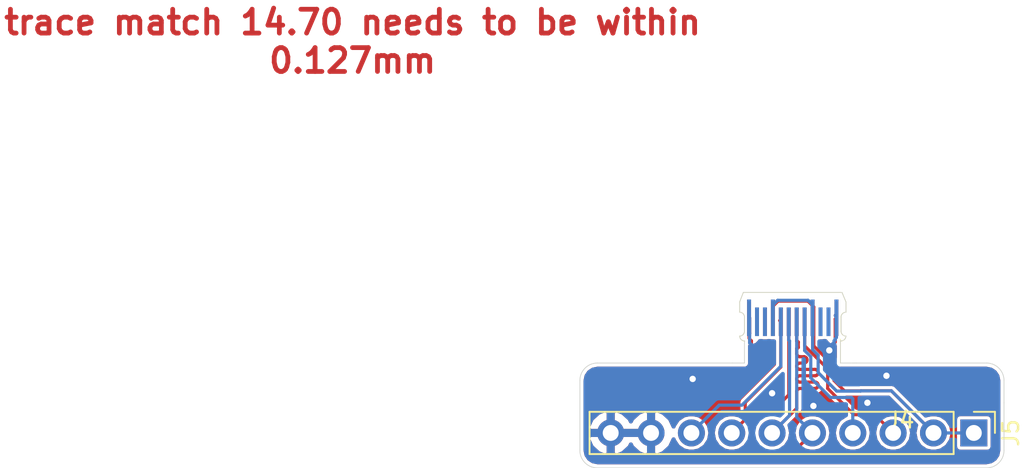
<source format=kicad_pcb>
(kicad_pcb (version 20171130) (host pcbnew "(5.0.0)")

  (general
    (thickness 0.6)
    (drawings 34)
    (tracks 220)
    (zones 0)
    (modules 2)
    (nets 9)
  )

  (page A4)
  (layers
    (0 F.Cu signal)
    (31 B.Cu signal)
    (32 B.Adhes user)
    (33 F.Adhes user)
    (34 B.Paste user)
    (35 F.Paste user)
    (36 B.SilkS user hide)
    (37 F.SilkS user)
    (38 B.Mask user hide)
    (39 F.Mask user hide)
    (40 Dwgs.User user)
    (41 Cmts.User user)
    (42 Eco1.User user)
    (43 Eco2.User user)
    (44 Edge.Cuts user)
    (45 Margin user)
    (46 B.CrtYd user hide)
    (47 F.CrtYd user)
    (48 B.Fab user hide)
    (49 F.Fab user hide)
  )

  (setup
    (last_trace_width 0.2)
    (trace_clearance 0.2)
    (zone_clearance 0.2)
    (zone_45_only no)
    (trace_min 0.2)
    (segment_width 0.2)
    (edge_width 0.2)
    (via_size 0.8)
    (via_drill 0.4)
    (via_min_size 0.4)
    (via_min_drill 0.3)
    (uvia_size 0.3)
    (uvia_drill 0.1)
    (uvias_allowed no)
    (uvia_min_size 0.2)
    (uvia_min_drill 0.1)
    (pcb_text_width 0.3)
    (pcb_text_size 1.5 1.5)
    (mod_edge_width 0.15)
    (mod_text_size 1 1)
    (mod_text_width 0.15)
    (pad_size 1.524 1.524)
    (pad_drill 0.762)
    (pad_to_mask_clearance 0.2)
    (aux_axis_origin 0 0)
    (visible_elements 7FFFFFFF)
    (pcbplotparams
      (layerselection 0x010fc_ffffffff)
      (usegerberextensions false)
      (usegerberattributes false)
      (usegerberadvancedattributes false)
      (creategerberjobfile false)
      (excludeedgelayer true)
      (linewidth 0.100000)
      (plotframeref false)
      (viasonmask false)
      (mode 1)
      (useauxorigin false)
      (hpglpennumber 1)
      (hpglpenspeed 20)
      (hpglpendiameter 15.000000)
      (psnegative false)
      (psa4output false)
      (plotreference true)
      (plotvalue true)
      (plotinvisibletext false)
      (padsonsilk false)
      (subtractmaskfromsilk false)
      (outputformat 1)
      (mirror false)
      (drillshape 0)
      (scaleselection 1)
      (outputdirectory "USB2GERB/silk/"))
  )

  (net 0 "")
  (net 1 GND)
  (net 2 /USBD+)
  (net 3 /CC1)
  (net 4 VBUS)
  (net 5 /SBUS1)
  (net 6 /USBD-)
  (net 7 /SBUS2)
  (net 8 /CC2)

  (net_class Default "This is the default net class."
    (clearance 0.2)
    (trace_width 0.2)
    (via_dia 0.8)
    (via_drill 0.4)
    (uvia_dia 0.3)
    (uvia_drill 0.1)
    (add_net /CC1)
    (add_net /CC2)
    (add_net /SBUS1)
    (add_net /SBUS2)
    (add_net /USBD+)
    (add_net /USBD-)
    (add_net GND)
    (add_net VBUS)
  )

  (module footprint:usb-c-pcb (layer F.Cu) (tedit 5F182D8E) (tstamp 5F273C7A)
    (at 185.6 100)
    (path /5F197332)
    (fp_text reference J4 (at 6.8 3.6) (layer F.SilkS)
      (effects (font (size 1 1) (thickness 0.15)))
    )
    (fp_text value USB_C_Receptacle (at -0.3 -8.6) (layer F.Fab)
      (effects (font (size 1 1) (thickness 0.15)))
    )
    (fp_line (start -3.095 -4.45) (end 3.095 -4.45) (layer F.SilkS) (width 0.05))
    (fp_line (start -3 0) (end 3 0) (layer B.Paste) (width 0.05))
    (fp_line (start 3 0) (end 3 -1.5) (layer F.SilkS) (width 0.05))
    (fp_line (start 3 -1.5) (end -3 -1.5) (layer B.Paste) (width 0.05))
    (fp_line (start -3 -1.5) (end -3 0) (layer B.Paste) (width 0.05))
    (fp_line (start -3.11 -4.45) (end -3.34 -3.85) (layer F.SilkS) (width 0.05))
    (fp_line (start 3.1 -4.45) (end 3.35 -3.85) (layer F.SilkS) (width 0.05))
    (fp_arc (start 3.34 -2.9) (end 3.35 -3.2) (angle -91.90915243) (layer F.SilkS) (width 0.05))
    (fp_arc (start 3.34 -2) (end 3.04 -2) (angle -90) (layer F.SilkS) (width 0.05))
    (fp_line (start 3.35 -3.85) (end 3.35 -3.2) (layer F.SilkS) (width 0.05))
    (fp_line (start -3.34 -3.85) (end -3.34 -3.2) (layer F.SilkS) (width 0.05))
    (fp_arc (start -3.34 -2.9) (end -3.04 -2.9) (angle -90) (layer F.SilkS) (width 0.05))
    (fp_arc (start -3.34 -2) (end -3.34 -1.7) (angle -90) (layer F.SilkS) (width 0.05))
    (fp_line (start -3.04 -2.9) (end -3.04 -2) (layer F.SilkS) (width 0.05))
    (fp_line (start 3.04 -2.9) (end 3.04 -1.99) (layer F.SilkS) (width 0.05))
    (fp_arc (start 3.02 -1.7) (end 3.02 -1.38) (angle -90) (layer F.SilkS) (width 0.05))
    (fp_arc (start -3.02 -1.7) (end -3.34 -1.7) (angle -90) (layer F.SilkS) (width 0.05))
    (pad A1 smd rect (at 2.75 -2.85) (size 0.25 2.3) (layers F.Cu F.Paste F.Mask)
      (net 1 GND))
    (pad A6 smd rect (at 0.25 -2.6) (size 0.25 1.8) (layers F.Cu F.Paste F.Mask)
      (net 2 /USBD+))
    (pad A5 smd rect (at 0.75 -2.6) (size 0.25 1.8) (layers F.Cu F.Paste F.Mask)
      (net 3 /CC1))
    (pad A4 smd rect (at 1.25 -2.85) (size 0.25 2.3) (layers F.Cu F.Paste F.Mask)
      (net 4 VBUS))
    (pad A3 smd rect (at 1.75 -2.6) (size 0.25 1.8) (layers F.Cu F.Paste F.Mask))
    (pad A2 smd rect (at 2.25 -2.6) (size 0.25 1.8) (layers F.Cu F.Paste F.Mask))
    (pad A9 smd rect (at -1.25 -2.85) (size 0.25 2.3) (layers F.Cu F.Paste F.Mask)
      (net 4 VBUS))
    (pad A10 smd rect (at -1.75 -2.6) (size 0.25 1.8) (layers F.Cu F.Paste F.Mask))
    (pad A8 smd rect (at -0.75 -2.6) (size 0.25 1.8) (layers F.Cu F.Paste F.Mask)
      (net 5 /SBUS1))
    (pad A12 smd rect (at -2.75 -2.85) (size 0.25 2.3) (layers F.Cu F.Paste F.Mask)
      (net 1 GND))
    (pad A11 smd rect (at -2.25 -2.6) (size 0.25 1.8) (layers F.Cu F.Paste F.Mask))
    (pad A7 smd rect (at -0.25 -2.6) (size 0.25 1.8) (layers F.Cu F.Paste F.Mask)
      (net 6 /USBD-))
    (pad B1 smd rect (at -2.75 -2.85 180) (size 0.25 2.3) (layers B.Cu B.Paste B.Mask)
      (net 1 GND))
    (pad B11 smd rect (at 2.25 -2.6 180) (size 0.25 1.8) (layers B.Cu B.Paste B.Mask))
    (pad B9 smd rect (at 1.25 -2.85 180) (size 0.25 2.3) (layers B.Cu B.Paste B.Mask)
      (net 4 VBUS))
    (pad B8 smd rect (at 0.75 -2.6 180) (size 0.25 1.8) (layers B.Cu B.Paste B.Mask)
      (net 7 /SBUS2))
    (pad B10 smd rect (at 1.75 -2.6 180) (size 0.25 1.8) (layers B.Cu B.Paste B.Mask))
    (pad B3 smd rect (at -1.75 -2.6 180) (size 0.25 1.8) (layers B.Cu B.Paste B.Mask))
    (pad B6 smd rect (at -0.25 -2.6 180) (size 0.25 1.8) (layers B.Cu B.Paste B.Mask)
      (net 2 /USBD+))
    (pad B4 smd rect (at -1.25 -2.85 180) (size 0.25 2.3) (layers B.Cu B.Paste B.Mask)
      (net 4 VBUS))
    (pad B5 smd rect (at -0.75 -2.6 180) (size 0.25 1.8) (layers B.Cu B.Paste B.Mask)
      (net 8 /CC2))
    (pad B2 smd rect (at -2.25 -2.6 180) (size 0.25 1.8) (layers B.Cu B.Paste B.Mask))
    (pad B12 smd rect (at 2.75 -2.85 180) (size 0.25 2.3) (layers B.Cu B.Paste B.Mask)
      (net 1 GND))
    (pad B7 smd rect (at 0.25 -2.6 180) (size 0.25 1.8) (layers B.Cu B.Paste B.Mask)
      (net 6 /USBD-))
  )

  (module Connector_PinHeader_2.54mm:PinHeader_1x10_P2.54mm_Vertical (layer F.Cu) (tedit 59FED5CC) (tstamp 5F273C98)
    (at 197 104.4 270)
    (descr "Through hole straight pin header, 1x10, 2.54mm pitch, single row")
    (tags "Through hole pin header THT 1x10 2.54mm single row")
    (path /5F195A1E)
    (fp_text reference J5 (at 0 -2.33 270) (layer F.SilkS)
      (effects (font (size 1 1) (thickness 0.15)))
    )
    (fp_text value Conn_01x10_Male (at 0 25.19 270) (layer F.Fab)
      (effects (font (size 1 1) (thickness 0.15)))
    )
    (fp_line (start -0.635 -1.27) (end 1.27 -1.27) (layer F.Fab) (width 0.1))
    (fp_line (start 1.27 -1.27) (end 1.27 24.13) (layer F.Fab) (width 0.1))
    (fp_line (start 1.27 24.13) (end -1.27 24.13) (layer F.Fab) (width 0.1))
    (fp_line (start -1.27 24.13) (end -1.27 -0.635) (layer F.Fab) (width 0.1))
    (fp_line (start -1.27 -0.635) (end -0.635 -1.27) (layer F.Fab) (width 0.1))
    (fp_line (start -1.33 24.19) (end 1.33 24.19) (layer F.SilkS) (width 0.12))
    (fp_line (start -1.33 1.27) (end -1.33 24.19) (layer F.SilkS) (width 0.12))
    (fp_line (start 1.33 1.27) (end 1.33 24.19) (layer F.SilkS) (width 0.12))
    (fp_line (start -1.33 1.27) (end 1.33 1.27) (layer F.SilkS) (width 0.12))
    (fp_line (start -1.33 0) (end -1.33 -1.33) (layer F.SilkS) (width 0.12))
    (fp_line (start -1.33 -1.33) (end 0 -1.33) (layer F.SilkS) (width 0.12))
    (fp_line (start -1.8 -1.8) (end -1.8 24.65) (layer F.CrtYd) (width 0.05))
    (fp_line (start -1.8 24.65) (end 1.8 24.65) (layer F.CrtYd) (width 0.05))
    (fp_line (start 1.8 24.65) (end 1.8 -1.8) (layer F.CrtYd) (width 0.05))
    (fp_line (start 1.8 -1.8) (end -1.8 -1.8) (layer F.CrtYd) (width 0.05))
    (fp_text user %R (at 0 11.43) (layer F.Fab)
      (effects (font (size 1 1) (thickness 0.15)))
    )
    (pad 1 thru_hole rect (at 0 0 270) (size 1.7 1.7) (drill 1) (layers *.Cu *.Mask)
      (net 4 VBUS))
    (pad 2 thru_hole oval (at 0 2.54 270) (size 1.7 1.7) (drill 1) (layers *.Cu *.Mask)
      (net 4 VBUS))
    (pad 3 thru_hole oval (at 0 5.08 270) (size 1.7 1.7) (drill 1) (layers *.Cu *.Mask)
      (net 3 /CC1))
    (pad 4 thru_hole oval (at 0 7.62 270) (size 1.7 1.7) (drill 1) (layers *.Cu *.Mask)
      (net 7 /SBUS2))
    (pad 5 thru_hole oval (at 0 10.16 270) (size 1.7 1.7) (drill 1) (layers *.Cu *.Mask)
      (net 6 /USBD-))
    (pad 6 thru_hole oval (at 0 12.7 270) (size 1.7 1.7) (drill 1) (layers *.Cu *.Mask)
      (net 2 /USBD+))
    (pad 7 thru_hole oval (at 0 15.24 270) (size 1.7 1.7) (drill 1) (layers *.Cu *.Mask)
      (net 5 /SBUS1))
    (pad 8 thru_hole oval (at 0 17.78 270) (size 1.7 1.7) (drill 1) (layers *.Cu *.Mask)
      (net 8 /CC2))
    (pad 9 thru_hole oval (at 0 20.32 270) (size 1.7 1.7) (drill 1) (layers *.Cu *.Mask)
      (net 1 GND))
    (pad 10 thru_hole oval (at 0 22.86 270) (size 1.7 1.7) (drill 1) (layers *.Cu *.Mask)
      (net 1 GND))
    (model ${KISYS3DMOD}/Connector_PinHeader_2.54mm.3dshapes/PinHeader_1x10_P2.54mm_Vertical.wrl
      (at (xyz 0 0 0))
      (scale (xyz 1 1 1))
      (rotate (xyz 0 0 0))
    )
  )

  (gr_arc (start 173.3 101.1) (end 173.3 100) (angle -90) (layer Edge.Cuts) (width 0.05) (tstamp 5F1EFE76))
  (gr_arc (start 173.3 105.5) (end 172.2 105.5) (angle -90) (layer Edge.Cuts) (width 0.05) (tstamp 5F1EFE6B))
  (gr_arc (start 197.8 105.5) (end 197.8 106.6) (angle -90) (layer Edge.Cuts) (width 0.05) (tstamp 5F1EFE62))
  (gr_arc (start 197.8 101.1) (end 198.9 101.1) (angle -90) (layer Edge.Cuts) (width 0.05))
  (gr_line (start 197.8 100) (end 189.6 100) (layer Edge.Cuts) (width 0.05))
  (gr_line (start 198.9 102.5) (end 198.9 101.1) (layer Edge.Cuts) (width 0.05))
  (gr_line (start 198.9 105.5) (end 198.9 102.5) (layer Edge.Cuts) (width 0.05))
  (gr_line (start 173.3 106.6) (end 197.8 106.6) (layer Edge.Cuts) (width 0.05))
  (gr_line (start 172.2 101.1) (end 172.2 105.5) (layer Edge.Cuts) (width 0.05))
  (gr_line (start 181.8 100) (end 173.3 100) (layer Edge.Cuts) (width 0.05))
  (gr_line (start 188.6 98.6) (end 188.6 100) (layer Edge.Cuts) (width 0.05) (tstamp 5F1E943E))
  (gr_line (start 188.95 96.15) (end 188.95 96.8) (layer Edge.Cuts) (width 0.05) (tstamp 5F1E943D))
  (gr_line (start 189.4 100) (end 189.5 100) (layer Edge.Cuts) (width 0.05) (tstamp 5F1E943C))
  (gr_arc (start 182.26 98) (end 182.26 98.3) (angle -90) (layer Edge.Cuts) (width 0.05) (tstamp 5F1E943B))
  (gr_arc (start 188.95 97.1) (end 188.95 96.8) (angle -90) (layer Edge.Cuts) (width 0.05) (tstamp 5F1E943A))
  (gr_line (start 188.6 100) (end 189.4 100) (layer Edge.Cuts) (width 0.05) (tstamp 5F1E9439))
  (gr_line (start 188.7 95.55) (end 182.49 95.55) (layer Edge.Cuts) (width 0.05) (tstamp 5F1E9438))
  (gr_arc (start 182.56 98.3) (end 182.26 98.3) (angle -90) (layer Edge.Cuts) (width 0.05) (tstamp 5F1E9437))
  (gr_line (start 188.65 97.1) (end 188.65 98) (layer Edge.Cuts) (width 0.05) (tstamp 5F1E9436))
  (gr_line (start 189.5 100) (end 189.6 100) (layer Edge.Cuts) (width 0.05) (tstamp 5F1E9435))
  (gr_line (start 182.56 97.1) (end 182.56 98) (layer Edge.Cuts) (width 0.05) (tstamp 5F1E9434))
  (gr_line (start 182.5 95.55) (end 182.49 95.55) (layer Edge.Cuts) (width 0.05) (tstamp 5F1E9433))
  (gr_line (start 188.65 98.6) (end 188.6 98.6) (layer Edge.Cuts) (width 0.05) (tstamp 5F1E9432))
  (gr_arc (start 182.26 97.1) (end 182.56 97.1) (angle -90) (layer Edge.Cuts) (width 0.05) (tstamp 5F1E9431))
  (gr_line (start 182.56 100) (end 181.8 100) (layer Edge.Cuts) (width 0.05) (tstamp 5F1E9430))
  (gr_line (start 182.56 98.6) (end 182.56 100) (layer Edge.Cuts) (width 0.05) (tstamp 5F1E942F))
  (gr_line (start 182.49 95.55) (end 182.26 96.15) (layer Edge.Cuts) (width 0.05) (tstamp 5F1E942E))
  (gr_line (start 188.7 95.55) (end 188.95 96.15) (layer Edge.Cuts) (width 0.05) (tstamp 5F1E942D))
  (gr_line (start 182.26 96.15) (end 182.26 96.8) (layer Edge.Cuts) (width 0.05) (tstamp 5F1E942C))
  (gr_arc (start 188.95 98) (end 188.65 98) (angle -90) (layer Edge.Cuts) (width 0.05) (tstamp 5F1E942B))
  (gr_arc (start 188.65 98.3) (end 188.65 98.6) (angle -90) (layer Edge.Cuts) (width 0.05) (tstamp 5F1E942A))
  (dimension 26.5 (width 0.3) (layer F.Fab)
    (gr_text "26.500 mm" (at 150.75 112.1) (layer F.Fab)
      (effects (font (size 1.5 1.5) (thickness 0.3)))
    )
    (feature1 (pts (xy 164 106.4) (xy 164 110.586421)))
    (feature2 (pts (xy 137.5 106.4) (xy 137.5 110.586421)))
    (crossbar (pts (xy 137.5 110) (xy 164 110)))
    (arrow1a (pts (xy 164 110) (xy 162.873496 110.586421)))
    (arrow1b (pts (xy 164 110) (xy 162.873496 109.413579)))
    (arrow2a (pts (xy 137.5 110) (xy 138.626504 110.586421)))
    (arrow2b (pts (xy 137.5 110) (xy 138.626504 109.413579)))
  )
  (dimension 13.4 (width 0.3) (layer F.Fab)
    (gr_text "13.400 mm" (at 172.2 99.7 90) (layer F.Fab)
      (effects (font (size 1.5 1.5) (thickness 0.3)))
    )
    (feature1 (pts (xy 164 93) (xy 170.686421 93)))
    (feature2 (pts (xy 164 106.4) (xy 170.686421 106.4)))
    (crossbar (pts (xy 170.1 106.4) (xy 170.1 93)))
    (arrow1a (pts (xy 170.1 93) (xy 170.686421 94.126504)))
    (arrow1b (pts (xy 170.1 93) (xy 169.513579 94.126504)))
    (arrow2a (pts (xy 170.1 106.4) (xy 170.686421 105.273496)))
    (arrow2b (pts (xy 170.1 106.4) (xy 169.513579 105.273496)))
  )
  (gr_text "trace match 14.70 needs to be within\n0.127mm\n" (at 157.8864 79.756) (layer F.Cu)
    (effects (font (size 1.5 1.5) (thickness 0.3)))
  )

  (via (at 187.9 99.2) (size 0.8) (drill 0.4) (layers F.Cu B.Cu) (net 1))
  (segment (start 188.1 99.1) (end 188.1 98.85) (width 0.2) (layer F.Cu) (net 1))
  (segment (start 188.275001 97.224999) (end 188.32499 97.17501) (width 0.2) (layer F.Cu) (net 1))
  (segment (start 188.275001 98.540001) (end 188.275001 97.224999) (width 0.2) (layer F.Cu) (net 1))
  (segment (start 188.27499 98.540012) (end 188.275001 98.540001) (width 0.2) (layer F.Cu) (net 1))
  (segment (start 188.27499 98.67501) (end 188.27499 98.540012) (width 0.2) (layer F.Cu) (net 1))
  (segment (start 188.1 98.85) (end 188.27499 98.67501) (width 0.2) (layer F.Cu) (net 1))
  (segment (start 183.2 99.25) (end 183 99.05) (width 0.2) (layer F.Cu) (net 1))
  (segment (start 183.3 99.25) (end 183.2 99.25) (width 0.2) (layer F.Cu) (net 1))
  (segment (start 182.88501 98.134623) (end 182.88501 97.15) (width 0.2) (layer F.Cu) (net 1))
  (segment (start 182.85 98.169633) (end 182.88501 98.134623) (width 0.2) (layer F.Cu) (net 1))
  (segment (start 182.85 98.430367) (end 182.85 98.169633) (width 0.2) (layer F.Cu) (net 1))
  (segment (start 182.88501 98.500012) (end 182.88501 98.465377) (width 0.2) (layer F.Cu) (net 1))
  (segment (start 182.88501 98.465377) (end 182.85 98.430367) (width 0.2) (layer F.Cu) (net 1))
  (segment (start 182.984999 98.600001) (end 182.88501 98.500012) (width 0.2) (layer F.Cu) (net 1))
  (segment (start 183 98.600001) (end 182.984999 98.600001) (width 0.2) (layer F.Cu) (net 1))
  (segment (start 183 99.05) (end 183 98.600001) (width 0.2) (layer F.Cu) (net 1))
  (segment (start 183.3 99.25) (end 183.3 99.15) (width 0.2) (layer B.Cu) (net 1))
  (segment (start 182.88501 98.134623) (end 182.88501 97.15) (width 0.2) (layer B.Cu) (net 1))
  (segment (start 182.88501 98.73501) (end 182.88501 98.134623) (width 0.2) (layer B.Cu) (net 1))
  (segment (start 183.3 99.15) (end 182.88501 98.73501) (width 0.2) (layer B.Cu) (net 1))
  (segment (start 188.1 99.1) (end 188.1 98.8) (width 0.2) (layer B.Cu) (net 1))
  (segment (start 188.1 98.8) (end 188.2 98.7) (width 0.2) (layer B.Cu) (net 1))
  (segment (start 188.35 98.390367) (end 188.35 98.159633) (width 0.2) (layer B.Cu) (net 1))
  (segment (start 188.27499 98.465377) (end 188.35 98.390367) (width 0.2) (layer B.Cu) (net 1))
  (segment (start 188.27499 98.540012) (end 188.27499 98.465377) (width 0.2) (layer B.Cu) (net 1))
  (segment (start 188.215001 98.600001) (end 188.27499 98.540012) (width 0.2) (layer B.Cu) (net 1))
  (segment (start 188.2 98.600001) (end 188.215001 98.600001) (width 0.2) (layer B.Cu) (net 1))
  (segment (start 188.2 98.7) (end 188.2 98.600001) (width 0.2) (layer B.Cu) (net 1))
  (via (at 184.3 101.9) (size 0.8) (drill 0.4) (layers F.Cu B.Cu) (net 1) (tstamp 5F1E97DE))
  (via (at 186.9 102.7) (size 0.8) (drill 0.4) (layers F.Cu B.Cu) (net 1))
  (via (at 190.3 102.5) (size 0.8) (drill 0.4) (layers F.Cu B.Cu) (net 1) (tstamp 5F1E981F))
  (via (at 191.5 100.8) (size 0.8) (drill 0.4) (layers F.Cu B.Cu) (net 1) (tstamp 5F1E9821))
  (via (at 179.3 101) (size 0.8) (drill 0.4) (layers F.Cu B.Cu) (net 1) (tstamp 5F1E98FD))
  (segment (start 185.35 98.555002) (end 185.4 98.605002) (width 0.2) (layer B.Cu) (net 2))
  (segment (start 185.35 97.4) (end 185.35 98.555002) (width 0.2) (layer B.Cu) (net 2))
  (segment (start 185.4 103.3) (end 184.3 104.4) (width 0.2) (layer B.Cu) (net 2))
  (segment (start 185.4 98.605002) (end 185.4 103.3) (width 0.2) (layer B.Cu) (net 2))
  (segment (start 185.200607 103.499393) (end 184.3 104.4) (width 0.2) (layer F.Cu) (net 2))
  (segment (start 185.85 102.85) (end 185.200607 103.499393) (width 0.2) (layer F.Cu) (net 2))
  (segment (start 185.85 101.8) (end 185.85 102.85) (width 0.2) (layer F.Cu) (net 2))
  (segment (start 185.855015 101.755495) (end 185.85 101.8) (width 0.2) (layer F.Cu) (net 2))
  (segment (start 185.869807 101.713223) (end 185.855015 101.755495) (width 0.2) (layer F.Cu) (net 2))
  (segment (start 185.893634 101.675302) (end 185.869807 101.713223) (width 0.2) (layer F.Cu) (net 2))
  (segment (start 185.925303 101.643633) (end 185.893634 101.675302) (width 0.2) (layer F.Cu) (net 2))
  (segment (start 185.963224 101.619806) (end 185.925303 101.643633) (width 0.2) (layer F.Cu) (net 2))
  (segment (start 186.005496 101.605014) (end 185.963224 101.619806) (width 0.2) (layer F.Cu) (net 2))
  (segment (start 186.05 101.6) (end 186.005496 101.605014) (width 0.2) (layer F.Cu) (net 2))
  (segment (start 187 101.6) (end 186.05 101.6) (width 0.2) (layer F.Cu) (net 2))
  (segment (start 187.044505 101.594985) (end 187 101.6) (width 0.2) (layer F.Cu) (net 2))
  (segment (start 187.086777 101.580193) (end 187.044505 101.594985) (width 0.2) (layer F.Cu) (net 2))
  (segment (start 187.124698 101.556366) (end 187.086777 101.580193) (width 0.2) (layer F.Cu) (net 2))
  (segment (start 187.156367 101.524697) (end 187.124698 101.556366) (width 0.2) (layer F.Cu) (net 2))
  (segment (start 187.180194 101.486776) (end 187.156367 101.524697) (width 0.2) (layer F.Cu) (net 2))
  (segment (start 187.194986 101.444504) (end 187.180194 101.486776) (width 0.2) (layer F.Cu) (net 2))
  (segment (start 187.2 101.4) (end 187.194986 101.444504) (width 0.2) (layer F.Cu) (net 2))
  (segment (start 187.194986 101.355495) (end 187.2 101.4) (width 0.2) (layer F.Cu) (net 2))
  (segment (start 187.180194 101.313223) (end 187.194986 101.355495) (width 0.2) (layer F.Cu) (net 2))
  (segment (start 187.156367 101.275302) (end 187.180194 101.313223) (width 0.2) (layer F.Cu) (net 2))
  (segment (start 187.124698 101.243633) (end 187.156367 101.275302) (width 0.2) (layer F.Cu) (net 2))
  (segment (start 187.086777 101.219806) (end 187.124698 101.243633) (width 0.2) (layer F.Cu) (net 2))
  (segment (start 187.044505 101.205014) (end 187.086777 101.219806) (width 0.2) (layer F.Cu) (net 2))
  (segment (start 187 101.2) (end 187.044505 101.205014) (width 0.2) (layer F.Cu) (net 2))
  (segment (start 186.05 101.2) (end 187 101.2) (width 0.2) (layer F.Cu) (net 2))
  (segment (start 186.005496 101.194985) (end 186.05 101.2) (width 0.2) (layer F.Cu) (net 2))
  (segment (start 185.963224 101.180193) (end 186.005496 101.194985) (width 0.2) (layer F.Cu) (net 2))
  (segment (start 185.925303 101.156366) (end 185.963224 101.180193) (width 0.2) (layer F.Cu) (net 2))
  (segment (start 185.893634 101.124697) (end 185.925303 101.156366) (width 0.2) (layer F.Cu) (net 2))
  (segment (start 185.869807 101.086776) (end 185.893634 101.124697) (width 0.2) (layer F.Cu) (net 2))
  (segment (start 185.855015 101.044504) (end 185.869807 101.086776) (width 0.2) (layer F.Cu) (net 2))
  (segment (start 185.85 101) (end 185.855015 101.044504) (width 0.2) (layer F.Cu) (net 2))
  (segment (start 185.855015 100.955495) (end 185.85 101) (width 0.2) (layer F.Cu) (net 2))
  (segment (start 185.869807 100.913223) (end 185.855015 100.955495) (width 0.2) (layer F.Cu) (net 2))
  (segment (start 185.893634 100.875302) (end 185.869807 100.913223) (width 0.2) (layer F.Cu) (net 2))
  (segment (start 185.925303 100.843633) (end 185.893634 100.875302) (width 0.2) (layer F.Cu) (net 2))
  (segment (start 185.963224 100.819806) (end 185.925303 100.843633) (width 0.2) (layer F.Cu) (net 2))
  (segment (start 186.005496 100.805014) (end 185.963224 100.819806) (width 0.2) (layer F.Cu) (net 2))
  (segment (start 186.05 100.8) (end 186.005496 100.805014) (width 0.2) (layer F.Cu) (net 2))
  (segment (start 187 100.8) (end 186.05 100.8) (width 0.2) (layer F.Cu) (net 2))
  (segment (start 187.044505 100.794985) (end 187 100.8) (width 0.2) (layer F.Cu) (net 2))
  (segment (start 187.086777 100.780193) (end 187.044505 100.794985) (width 0.2) (layer F.Cu) (net 2))
  (segment (start 187.124698 100.756366) (end 187.086777 100.780193) (width 0.2) (layer F.Cu) (net 2))
  (segment (start 185.963224 99.580193) (end 186.005496 99.594985) (width 0.2) (layer F.Cu) (net 2))
  (segment (start 185.925303 99.556366) (end 185.963224 99.580193) (width 0.2) (layer F.Cu) (net 2))
  (segment (start 185.893634 99.524697) (end 185.925303 99.556366) (width 0.2) (layer F.Cu) (net 2))
  (segment (start 185.925303 100.356366) (end 185.963224 100.380193) (width 0.2) (layer F.Cu) (net 2))
  (segment (start 185.855015 99.444504) (end 185.869807 99.486776) (width 0.2) (layer F.Cu) (net 2))
  (segment (start 185.85 99.4) (end 185.855015 99.444504) (width 0.2) (layer F.Cu) (net 2))
  (segment (start 185.851254 99.088873) (end 185.85 99.1) (width 0.2) (layer F.Cu) (net 2))
  (segment (start 185.854952 99.078305) (end 185.851254 99.088873) (width 0.2) (layer F.Cu) (net 2))
  (segment (start 187.2 100.6) (end 187.194986 100.644504) (width 0.2) (layer F.Cu) (net 2))
  (segment (start 185.860909 99.068825) (end 185.854952 99.078305) (width 0.2) (layer F.Cu) (net 2))
  (segment (start 185.868826 99.060908) (end 185.860909 99.068825) (width 0.2) (layer F.Cu) (net 2))
  (segment (start 185.888874 99.051253) (end 185.878306 99.054951) (width 0.2) (layer F.Cu) (net 2))
  (segment (start 187.194986 100.644504) (end 187.180194 100.686776) (width 0.2) (layer F.Cu) (net 2))
  (segment (start 186.005496 99.594985) (end 186.05 99.6) (width 0.2) (layer F.Cu) (net 2))
  (segment (start 185.931175 99.039091) (end 185.921695 99.045048) (width 0.2) (layer F.Cu) (net 2))
  (segment (start 185.939092 99.031174) (end 185.931175 99.039091) (width 0.2) (layer F.Cu) (net 2))
  (segment (start 185.945049 99.021694) (end 185.939092 99.031174) (width 0.2) (layer F.Cu) (net 2))
  (segment (start 185.85 99.1) (end 185.85 99.4) (width 0.2) (layer F.Cu) (net 2))
  (segment (start 185.948747 99.011126) (end 185.945049 99.021694) (width 0.2) (layer F.Cu) (net 2))
  (segment (start 185.868826 98.639091) (end 185.878306 98.645048) (width 0.2) (layer F.Cu) (net 2))
  (segment (start 185.921695 99.045048) (end 185.911127 99.048746) (width 0.2) (layer F.Cu) (net 2))
  (segment (start 185.854952 98.621694) (end 185.860909 98.631174) (width 0.2) (layer F.Cu) (net 2))
  (segment (start 185.948747 98.688873) (end 185.95 98.7) (width 0.2) (layer F.Cu) (net 2))
  (segment (start 185.95 98.7) (end 185.95 99) (width 0.2) (layer F.Cu) (net 2))
  (segment (start 185.878306 99.054951) (end 185.868826 99.060908) (width 0.2) (layer F.Cu) (net 2))
  (segment (start 185.931175 98.660908) (end 185.939092 98.668825) (width 0.2) (layer F.Cu) (net 2))
  (segment (start 185.860909 98.631174) (end 185.868826 98.639091) (width 0.2) (layer F.Cu) (net 2))
  (segment (start 185.85 98.6) (end 185.851254 98.611126) (width 0.2) (layer F.Cu) (net 2))
  (segment (start 185.963224 100.380193) (end 186.005496 100.394985) (width 0.2) (layer F.Cu) (net 2))
  (segment (start 185.939092 98.668825) (end 185.945049 98.678305) (width 0.2) (layer F.Cu) (net 2))
  (segment (start 185.911127 98.651253) (end 185.921695 98.654951) (width 0.2) (layer F.Cu) (net 2))
  (segment (start 185.85 97.4) (end 185.85 98.6) (width 0.2) (layer F.Cu) (net 2))
  (segment (start 185.878306 98.645048) (end 185.888874 98.648746) (width 0.2) (layer F.Cu) (net 2))
  (segment (start 185.888874 98.648746) (end 185.911127 98.651253) (width 0.2) (layer F.Cu) (net 2))
  (segment (start 185.851254 98.611126) (end 185.854952 98.621694) (width 0.2) (layer F.Cu) (net 2))
  (segment (start 185.921695 98.654951) (end 185.931175 98.660908) (width 0.2) (layer F.Cu) (net 2))
  (segment (start 185.911127 99.048746) (end 185.888874 99.051253) (width 0.2) (layer F.Cu) (net 2))
  (segment (start 185.945049 98.678305) (end 185.948747 98.688873) (width 0.2) (layer F.Cu) (net 2))
  (segment (start 185.869807 99.486776) (end 185.893634 99.524697) (width 0.2) (layer F.Cu) (net 2))
  (segment (start 185.95 99) (end 185.948747 99.011126) (width 0.2) (layer F.Cu) (net 2))
  (segment (start 186.05 99.6) (end 186.3 99.6) (width 0.2) (layer F.Cu) (net 2))
  (segment (start 186.3 99.6) (end 186.344505 99.605014) (width 0.2) (layer F.Cu) (net 2))
  (segment (start 187.180194 100.686776) (end 187.156367 100.724697) (width 0.2) (layer F.Cu) (net 2))
  (segment (start 186.344505 99.605014) (end 186.386777 99.619806) (width 0.2) (layer F.Cu) (net 2))
  (segment (start 186.386777 99.619806) (end 186.424698 99.643633) (width 0.2) (layer F.Cu) (net 2))
  (segment (start 186.424698 99.643633) (end 186.456367 99.675302) (width 0.2) (layer F.Cu) (net 2))
  (segment (start 186.456367 99.675302) (end 186.480194 99.713223) (width 0.2) (layer F.Cu) (net 2))
  (segment (start 187.156367 100.475302) (end 187.180194 100.513223) (width 0.2) (layer F.Cu) (net 2))
  (segment (start 186.480194 99.713223) (end 186.494986 99.755495) (width 0.2) (layer F.Cu) (net 2))
  (segment (start 186.494986 99.755495) (end 186.5 99.8) (width 0.2) (layer F.Cu) (net 2))
  (segment (start 186.5 99.8) (end 186.494986 99.844504) (width 0.2) (layer F.Cu) (net 2))
  (segment (start 186.494986 99.844504) (end 186.480194 99.886776) (width 0.2) (layer F.Cu) (net 2))
  (segment (start 186.480194 99.886776) (end 186.456367 99.924697) (width 0.2) (layer F.Cu) (net 2))
  (segment (start 186.456367 99.924697) (end 186.424698 99.956366) (width 0.2) (layer F.Cu) (net 2))
  (segment (start 186.424698 99.956366) (end 186.386777 99.980193) (width 0.2) (layer F.Cu) (net 2))
  (segment (start 186.386777 99.980193) (end 186.344505 99.994985) (width 0.2) (layer F.Cu) (net 2))
  (segment (start 186.344505 99.994985) (end 186.3 100) (width 0.2) (layer F.Cu) (net 2))
  (segment (start 187.086777 100.419806) (end 187.124698 100.443633) (width 0.2) (layer F.Cu) (net 2))
  (segment (start 186.3 100) (end 186.05 100) (width 0.2) (layer F.Cu) (net 2))
  (segment (start 187.124698 100.443633) (end 187.156367 100.475302) (width 0.2) (layer F.Cu) (net 2))
  (segment (start 186.05 100) (end 186.005496 100.005014) (width 0.2) (layer F.Cu) (net 2))
  (segment (start 187.194986 100.555495) (end 187.2 100.6) (width 0.2) (layer F.Cu) (net 2))
  (segment (start 186.005496 100.005014) (end 185.963224 100.019806) (width 0.2) (layer F.Cu) (net 2))
  (segment (start 187 100.4) (end 187.044505 100.405014) (width 0.2) (layer F.Cu) (net 2))
  (segment (start 185.963224 100.019806) (end 185.925303 100.043633) (width 0.2) (layer F.Cu) (net 2))
  (segment (start 185.925303 100.043633) (end 185.893634 100.075302) (width 0.2) (layer F.Cu) (net 2))
  (segment (start 187.044505 100.405014) (end 187.086777 100.419806) (width 0.2) (layer F.Cu) (net 2))
  (segment (start 185.893634 100.075302) (end 185.869807 100.113223) (width 0.2) (layer F.Cu) (net 2))
  (segment (start 185.869807 100.113223) (end 185.855015 100.155495) (width 0.2) (layer F.Cu) (net 2))
  (segment (start 187.156367 100.724697) (end 187.124698 100.756366) (width 0.2) (layer F.Cu) (net 2))
  (segment (start 185.855015 100.155495) (end 185.85 100.2) (width 0.2) (layer F.Cu) (net 2))
  (segment (start 185.85 100.2) (end 185.855015 100.244504) (width 0.2) (layer F.Cu) (net 2))
  (segment (start 185.855015 100.244504) (end 185.869807 100.286776) (width 0.2) (layer F.Cu) (net 2))
  (segment (start 185.869807 100.286776) (end 185.893634 100.324697) (width 0.2) (layer F.Cu) (net 2))
  (segment (start 185.893634 100.324697) (end 185.925303 100.356366) (width 0.2) (layer F.Cu) (net 2))
  (segment (start 186.005496 100.394985) (end 186.05 100.4) (width 0.2) (layer F.Cu) (net 2))
  (segment (start 186.05 100.4) (end 187 100.4) (width 0.2) (layer F.Cu) (net 2))
  (segment (start 187.180194 100.513223) (end 187.194986 100.555495) (width 0.2) (layer F.Cu) (net 2))
  (segment (start 187.800312 101.600312) (end 189.449999 103.249999) (width 0.2) (layer F.Cu) (net 3))
  (segment (start 186.35 98.9157) (end 187.800312 100.366012) (width 0.2) (layer F.Cu) (net 3))
  (segment (start 190.769999 103.249999) (end 191.070001 103.550001) (width 0.2) (layer F.Cu) (net 3))
  (segment (start 191.070001 103.550001) (end 191.92 104.4) (width 0.2) (layer F.Cu) (net 3))
  (segment (start 187.800312 100.366012) (end 187.800312 101.600312) (width 0.2) (layer F.Cu) (net 3))
  (segment (start 189.449999 103.249999) (end 190.769999 103.249999) (width 0.2) (layer F.Cu) (net 3))
  (segment (start 186.35 97.4) (end 186.35 98.9157) (width 0.2) (layer F.Cu) (net 3))
  (segment (start 195.662081 104.4) (end 197 104.4) (width 0.2) (layer B.Cu) (net 4))
  (segment (start 194.46 104.4) (end 195.662081 104.4) (width 0.2) (layer B.Cu) (net 4))
  (segment (start 186.85 96.334998) (end 186.85 97.15) (width 0.2) (layer B.Cu) (net 4))
  (segment (start 186.565002 96.05) (end 186.85 96.334998) (width 0.2) (layer B.Cu) (net 4))
  (segment (start 184.65 96.05) (end 186.565002 96.05) (width 0.2) (layer B.Cu) (net 4))
  (segment (start 184.35 97.15) (end 184.35 96.35) (width 0.2) (layer B.Cu) (net 4))
  (segment (start 184.35 96.35) (end 184.65 96.05) (width 0.2) (layer B.Cu) (net 4))
  (segment (start 191.81 101.75) (end 194.46 104.4) (width 0.2) (layer B.Cu) (net 4))
  (segment (start 186.85 97.15) (end 186.85 99.15) (width 0.2) (layer B.Cu) (net 4))
  (segment (start 189.890367 101.75) (end 191.81 101.75) (width 0.2) (layer B.Cu) (net 4))
  (segment (start 188.85 101.75) (end 191.81 101.75) (width 0.2) (layer F.Cu) (net 4))
  (segment (start 188.200322 101.100322) (end 188.85 101.75) (width 0.2) (layer F.Cu) (net 4))
  (segment (start 188.200322 100.200323) (end 188.200322 101.100322) (width 0.2) (layer F.Cu) (net 4))
  (segment (start 193.610001 103.550001) (end 194.46 104.4) (width 0.2) (layer F.Cu) (net 4))
  (segment (start 184.365001 97.225001) (end 184.365001 96.409999) (width 0.2) (layer F.Cu) (net 4))
  (segment (start 184.675 96.1) (end 186.555002 96.1) (width 0.2) (layer F.Cu) (net 4))
  (segment (start 191.81 101.75) (end 193.610001 103.550001) (width 0.2) (layer F.Cu) (net 4))
  (segment (start 186.555002 96.1) (end 186.924999 96.469997) (width 0.2) (layer F.Cu) (net 4))
  (segment (start 186.924999 96.469997) (end 186.924999 98.924998) (width 0.2) (layer F.Cu) (net 4))
  (segment (start 184.365001 96.409999) (end 184.675 96.1) (width 0.2) (layer F.Cu) (net 4))
  (segment (start 186.924999 98.924998) (end 188.200322 100.200323) (width 0.2) (layer F.Cu) (net 4))
  (segment (start 187.2 99.5) (end 187.2 100.6) (width 0.2) (layer B.Cu) (net 4))
  (segment (start 186.85 99.15) (end 187.2 99.5) (width 0.2) (layer B.Cu) (net 4))
  (segment (start 189.874677 101.76569) (end 189.890367 101.75) (width 0.2) (layer B.Cu) (net 4))
  (segment (start 188.36569 101.76569) (end 189.874677 101.76569) (width 0.2) (layer B.Cu) (net 4))
  (segment (start 187.2 100.6) (end 188.36569 101.76569) (width 0.2) (layer B.Cu) (net 4))
  (segment (start 184.775001 97.325001) (end 184.85 97.4) (width 0.2) (layer F.Cu) (net 5))
  (segment (start 184.85 100.25) (end 184.85 97.4) (width 0.2) (layer F.Cu) (net 5))
  (segment (start 182.609999 102.490001) (end 184.85 100.25) (width 0.2) (layer F.Cu) (net 5))
  (segment (start 181.76 104.4) (end 182.609999 103.550001) (width 0.2) (layer F.Cu) (net 5))
  (segment (start 182.609999 103.550001) (end 182.609999 102.490001) (width 0.2) (layer F.Cu) (net 5))
  (segment (start 185.85 103.41) (end 186.84 104.4) (width 0.2) (layer B.Cu) (net 6))
  (segment (start 185.85 97.4) (end 185.85 103.41) (width 0.2) (layer B.Cu) (net 6))
  (segment (start 185.35 97.4) (end 185.35 102) (width 0.2) (layer F.Cu) (net 6))
  (segment (start 184.150001 103.199999) (end 183.699999 103.199999) (width 0.2) (layer F.Cu) (net 6))
  (segment (start 185.35 102) (end 184.150001 103.199999) (width 0.2) (layer F.Cu) (net 6))
  (segment (start 183.699999 103.199999) (end 183.1 103.799998) (width 0.2) (layer F.Cu) (net 6))
  (segment (start 183.099999 104.976001) (end 183.923998 105.8) (width 0.2) (layer F.Cu) (net 6))
  (segment (start 183.1 103.799998) (end 183.099999 104.976001) (width 0.2) (layer F.Cu) (net 6))
  (segment (start 185.44 105.8) (end 186.84 104.4) (width 0.2) (layer F.Cu) (net 6))
  (segment (start 183.923998 105.8) (end 185.44 105.8) (width 0.2) (layer F.Cu) (net 6))
  (segment (start 186.35 97.4) (end 186.35 99.2157) (width 0.2) (layer B.Cu) (net 7))
  (segment (start 189.38 102.2457) (end 189.38 103.197919) (width 0.2) (layer B.Cu) (net 7))
  (segment (start 189.38 103.197919) (end 189.38 104.4) (width 0.2) (layer B.Cu) (net 7))
  (segment (start 186.7343 99.6) (end 186.7343 100.9343) (width 0.2) (layer B.Cu) (net 7))
  (segment (start 186.35 99.2157) (end 186.7343 99.6) (width 0.2) (layer B.Cu) (net 7))
  (segment (start 187.9657 102.1657) (end 189.3 102.1657) (width 0.2) (layer B.Cu) (net 7))
  (segment (start 186.7343 100.9343) (end 187.9657 102.1657) (width 0.2) (layer B.Cu) (net 7))
  (segment (start 189.3 102.1657) (end 189.38 102.2457) (width 0.2) (layer B.Cu) (net 7))
  (segment (start 184.85 97.4) (end 184.85 100.2) (width 0.2) (layer B.Cu) (net 8))
  (segment (start 184.85 100.2) (end 182.4 102.65) (width 0.2) (layer B.Cu) (net 8))
  (segment (start 180.97 102.65) (end 179.22 104.4) (width 0.2) (layer B.Cu) (net 8))
  (segment (start 182.4 102.65) (end 180.97 102.65) (width 0.2) (layer B.Cu) (net 8))

  (zone (net 1) (net_name GND) (layer F.Cu) (tstamp 5F1EA044) (hatch edge 0.508)
    (connect_pads (clearance 0.2))
    (min_thickness 0.254)
    (fill yes (arc_segments 16) (thermal_gap 0.508) (thermal_bridge_width 0.508))
    (polygon
      (pts
        (xy 172.1 106.6) (xy 172.2 95.2) (xy 199 95.2) (xy 198.9 106.6)
      )
    )
    (filled_polygon
      (pts
        (xy 184.225 98.633406) (xy 184.423001 98.633406) (xy 184.423 100.073131) (xy 182.337804 102.158328) (xy 182.30215 102.182151)
        (xy 182.241983 102.272198) (xy 182.207775 102.323394) (xy 182.174634 102.490001) (xy 182.183 102.532058) (xy 182.182999 103.284082)
        (xy 181.87592 103.223) (xy 181.64408 103.223) (xy 181.300758 103.291291) (xy 180.911431 103.551431) (xy 180.651291 103.940758)
        (xy 180.559942 104.4) (xy 180.651291 104.859242) (xy 180.911431 105.248569) (xy 181.300758 105.508709) (xy 181.64408 105.577)
        (xy 181.87592 105.577) (xy 182.219242 105.508709) (xy 182.608569 105.248569) (xy 182.693552 105.121383) (xy 182.697774 105.142607)
        (xy 182.792149 105.28385) (xy 182.827803 105.307673) (xy 183.592325 106.072195) (xy 183.616148 106.10785) (xy 183.710706 106.171031)
        (xy 183.757391 106.202225) (xy 183.923998 106.235365) (xy 183.966052 106.227) (xy 185.397947 106.227) (xy 185.44 106.235365)
        (xy 185.482053 106.227) (xy 185.482054 106.227) (xy 185.606607 106.202225) (xy 185.74785 106.10785) (xy 185.771675 106.072193)
        (xy 186.353424 105.490445) (xy 186.380758 105.508709) (xy 186.72408 105.577) (xy 186.95592 105.577) (xy 187.299242 105.508709)
        (xy 187.688569 105.248569) (xy 187.948709 104.859242) (xy 188.040058 104.4) (xy 187.948709 103.940758) (xy 187.688569 103.551431)
        (xy 187.299242 103.291291) (xy 186.95592 103.223) (xy 186.72408 103.223) (xy 186.380758 103.291291) (xy 185.991431 103.551431)
        (xy 185.731291 103.940758) (xy 185.639942 104.4) (xy 185.731291 104.859242) (xy 185.749555 104.886576) (xy 185.263132 105.373)
        (xy 184.962345 105.373) (xy 185.148569 105.248569) (xy 185.408709 104.859242) (xy 185.500058 104.4) (xy 185.408709 103.940758)
        (xy 185.390445 103.913424) (xy 185.532278 103.771591) (xy 185.53228 103.771588) (xy 186.122195 103.181673) (xy 186.15785 103.15785)
        (xy 186.252225 103.016607) (xy 186.277 102.892054) (xy 186.285365 102.850001) (xy 186.277 102.807948) (xy 186.277 102.027)
        (xy 186.982036 102.027) (xy 187.006023 102.029023) (xy 187.014086 102.028114) (xy 187.020098 102.029665) (xy 187.038973 102.027)
        (xy 187.042054 102.027) (xy 187.04959 102.025501) (xy 187.098253 102.01863) (xy 187.134108 102.01459) (xy 187.139865 102.012755)
        (xy 187.145843 102.011911) (xy 187.153496 102.009233) (xy 187.1597 102.009407) (xy 187.20693 101.991379) (xy 187.255103 101.976024)
        (xy 187.259845 101.97202) (xy 187.267503 101.96934) (xy 187.272704 101.966272) (xy 187.278344 101.964119) (xy 187.285216 101.959801)
        (xy 187.291305 101.95859) (xy 187.333342 101.930501) (xy 187.376883 101.904817) (xy 187.380613 101.89986) (xy 187.387481 101.895545)
        (xy 187.391873 101.891392) (xy 187.396895 101.888037) (xy 187.402633 101.882299) (xy 187.408302 101.879762) (xy 187.443031 101.843027)
        (xy 187.446653 101.839603) (xy 187.492463 101.908162) (xy 187.528117 101.931985) (xy 188.900775 103.304643) (xy 188.531431 103.551431)
        (xy 188.271291 103.940758) (xy 188.179942 104.4) (xy 188.271291 104.859242) (xy 188.531431 105.248569) (xy 188.920758 105.508709)
        (xy 189.26408 105.577) (xy 189.49592 105.577) (xy 189.839242 105.508709) (xy 190.228569 105.248569) (xy 190.488709 104.859242)
        (xy 190.580058 104.4) (xy 190.488709 103.940758) (xy 190.312471 103.676999) (xy 190.593131 103.676999) (xy 190.797803 103.881672)
        (xy 190.797806 103.881674) (xy 190.829555 103.913424) (xy 190.811291 103.940758) (xy 190.719942 104.4) (xy 190.811291 104.859242)
        (xy 191.071431 105.248569) (xy 191.460758 105.508709) (xy 191.80408 105.577) (xy 192.03592 105.577) (xy 192.379242 105.508709)
        (xy 192.768569 105.248569) (xy 193.028709 104.859242) (xy 193.120058 104.4) (xy 193.028709 103.940758) (xy 192.768569 103.551431)
        (xy 192.379242 103.291291) (xy 192.03592 103.223) (xy 191.80408 103.223) (xy 191.460758 103.291291) (xy 191.433424 103.309555)
        (xy 191.401674 103.277806) (xy 191.401672 103.277803) (xy 191.101674 102.977806) (xy 191.077849 102.942149) (xy 190.936606 102.847774)
        (xy 190.812053 102.822999) (xy 190.812052 102.822999) (xy 190.769999 102.814634) (xy 190.727946 102.822999) (xy 189.626868 102.822999)
        (xy 188.980869 102.177) (xy 191.633132 102.177) (xy 193.337803 103.881672) (xy 193.337806 103.881674) (xy 193.369555 103.913424)
        (xy 193.351291 103.940758) (xy 193.259942 104.4) (xy 193.351291 104.859242) (xy 193.611431 105.248569) (xy 194.000758 105.508709)
        (xy 194.34408 105.577) (xy 194.57592 105.577) (xy 194.919242 105.508709) (xy 195.308569 105.248569) (xy 195.568709 104.859242)
        (xy 195.660058 104.4) (xy 195.568709 103.940758) (xy 195.308569 103.551431) (xy 195.306428 103.55) (xy 195.816594 103.55)
        (xy 195.816594 105.25) (xy 195.841973 105.377589) (xy 195.914246 105.485754) (xy 196.022411 105.558027) (xy 196.15 105.583406)
        (xy 197.85 105.583406) (xy 197.977589 105.558027) (xy 198.085754 105.485754) (xy 198.158027 105.377589) (xy 198.183406 105.25)
        (xy 198.183406 103.55) (xy 198.158027 103.422411) (xy 198.085754 103.314246) (xy 197.977589 103.241973) (xy 197.85 103.216594)
        (xy 196.15 103.216594) (xy 196.022411 103.241973) (xy 195.914246 103.314246) (xy 195.841973 103.422411) (xy 195.816594 103.55)
        (xy 195.306428 103.55) (xy 194.919242 103.291291) (xy 194.57592 103.223) (xy 194.34408 103.223) (xy 194.000758 103.291291)
        (xy 193.973424 103.309555) (xy 193.941674 103.277806) (xy 193.941672 103.277803) (xy 192.141675 101.477807) (xy 192.11785 101.44215)
        (xy 191.976607 101.347775) (xy 191.852054 101.323) (xy 191.852053 101.323) (xy 191.81 101.314635) (xy 191.767947 101.323)
        (xy 189.026869 101.323) (xy 188.627322 100.923454) (xy 188.627322 100.353461) (xy 188.634669 100.352) (xy 197.765333 100.352)
        (xy 198.083608 100.415309) (xy 198.324039 100.575961) (xy 198.484691 100.816392) (xy 198.548001 101.134672) (xy 198.548 102.534668)
        (xy 198.548001 102.534673) (xy 198.548 105.465333) (xy 198.484691 105.783608) (xy 198.324039 106.024039) (xy 198.083608 106.184691)
        (xy 197.765333 106.248) (xy 173.334667 106.248) (xy 173.016392 106.184691) (xy 172.775961 106.024039) (xy 172.615309 105.783608)
        (xy 172.552 105.465333) (xy 172.552 104.756892) (xy 172.698514 104.756892) (xy 172.944817 105.281358) (xy 173.373076 105.671645)
        (xy 173.78311 105.841476) (xy 174.013 105.720155) (xy 174.013 104.527) (xy 174.267 104.527) (xy 174.267 105.720155)
        (xy 174.49689 105.841476) (xy 174.906924 105.671645) (xy 175.335183 105.281358) (xy 175.41 105.122046) (xy 175.484817 105.281358)
        (xy 175.913076 105.671645) (xy 176.32311 105.841476) (xy 176.553 105.720155) (xy 176.553 104.527) (xy 174.267 104.527)
        (xy 174.013 104.527) (xy 172.819181 104.527) (xy 172.698514 104.756892) (xy 172.552 104.756892) (xy 172.552 104.043108)
        (xy 172.698514 104.043108) (xy 172.819181 104.273) (xy 174.013 104.273) (xy 174.013 103.079845) (xy 174.267 103.079845)
        (xy 174.267 104.273) (xy 176.553 104.273) (xy 176.553 103.079845) (xy 176.807 103.079845) (xy 176.807 104.273)
        (xy 176.827 104.273) (xy 176.827 104.527) (xy 176.807 104.527) (xy 176.807 105.720155) (xy 177.03689 105.841476)
        (xy 177.446924 105.671645) (xy 177.875183 105.281358) (xy 178.100023 104.802594) (xy 178.111291 104.859242) (xy 178.371431 105.248569)
        (xy 178.760758 105.508709) (xy 179.10408 105.577) (xy 179.33592 105.577) (xy 179.679242 105.508709) (xy 180.068569 105.248569)
        (xy 180.328709 104.859242) (xy 180.420058 104.4) (xy 180.328709 103.940758) (xy 180.068569 103.551431) (xy 179.679242 103.291291)
        (xy 179.33592 103.223) (xy 179.10408 103.223) (xy 178.760758 103.291291) (xy 178.371431 103.551431) (xy 178.111291 103.940758)
        (xy 178.100023 103.997406) (xy 177.875183 103.518642) (xy 177.446924 103.128355) (xy 177.03689 102.958524) (xy 176.807 103.079845)
        (xy 176.553 103.079845) (xy 176.32311 102.958524) (xy 175.913076 103.128355) (xy 175.484817 103.518642) (xy 175.41 103.677954)
        (xy 175.335183 103.518642) (xy 174.906924 103.128355) (xy 174.49689 102.958524) (xy 174.267 103.079845) (xy 174.013 103.079845)
        (xy 173.78311 102.958524) (xy 173.373076 103.128355) (xy 172.944817 103.518642) (xy 172.698514 104.043108) (xy 172.552 104.043108)
        (xy 172.552 101.134667) (xy 172.615309 100.816392) (xy 172.775961 100.575961) (xy 173.016392 100.415309) (xy 173.334667 100.352)
        (xy 182.525331 100.352) (xy 182.56 100.358896) (xy 182.594669 100.352) (xy 182.628675 100.345236) (xy 182.697344 100.331577)
        (xy 182.813778 100.253778) (xy 182.891577 100.137344) (xy 182.904901 100.070361) (xy 182.918896 100) (xy 182.912 99.965331)
        (xy 182.912 98.935) (xy 182.977002 98.935) (xy 182.977002 98.840752) (xy 183.07125 98.935) (xy 183.101309 98.935)
        (xy 183.334698 98.838327) (xy 183.513327 98.659699) (xy 183.528637 98.622737) (xy 183.6 98.608542) (xy 183.725 98.633406)
        (xy 183.975 98.633406) (xy 184.1 98.608542)
      )
    )
    (filled_polygon
      (pts
        (xy 184.923001 101.82313) (xy 183.973133 102.772999) (xy 183.742053 102.772999) (xy 183.699999 102.764634) (xy 183.657945 102.772999)
        (xy 183.533392 102.797774) (xy 183.392149 102.892149) (xy 183.368327 102.927802) (xy 183.036999 103.259131) (xy 183.036999 102.666869)
        (xy 184.923001 100.780868)
      )
    )
    (filled_polygon
      (pts
        (xy 187.671363 98.622737) (xy 187.686673 98.659699) (xy 187.865302 98.838327) (xy 188.098691 98.935) (xy 188.12875 98.935)
        (xy 188.222998 98.840752) (xy 188.222998 98.935) (xy 188.248 98.935) (xy 188.248001 99.644132) (xy 187.351999 98.748129)
        (xy 187.351999 98.633406) (xy 187.475 98.633406) (xy 187.6 98.608542)
      )
    )
    (filled_polygon
      (pts
        (xy 188.308406 97.013017) (xy 188.308406 97.003) (xy 188.310398 97.003)
      )
    )
  )
  (zone (net 1) (net_name GND) (layer B.Cu) (tstamp 5F1EA041) (hatch edge 0.508)
    (connect_pads (clearance 0.2))
    (min_thickness 0.254)
    (fill yes (arc_segments 16) (thermal_gap 0.508) (thermal_bridge_width 0.508))
    (polygon
      (pts
        (xy 172.2 95.2) (xy 199 95.2) (xy 198.9 106.6) (xy 172.1 106.6)
      )
    )
    (filled_polygon
      (pts
        (xy 187.671363 98.622737) (xy 187.686673 98.659699) (xy 187.865302 98.838327) (xy 188.098691 98.935) (xy 188.12875 98.935)
        (xy 188.222998 98.840752) (xy 188.222998 98.935) (xy 188.248 98.935) (xy 188.248001 99.965326) (xy 188.241104 100)
        (xy 188.268423 100.137344) (xy 188.346222 100.253778) (xy 188.462656 100.331577) (xy 188.565331 100.352) (xy 188.6 100.358896)
        (xy 188.634669 100.352) (xy 197.765333 100.352) (xy 198.083608 100.415309) (xy 198.324039 100.575961) (xy 198.484691 100.816392)
        (xy 198.548001 101.134672) (xy 198.548 102.534668) (xy 198.548001 102.534673) (xy 198.548 105.465333) (xy 198.484691 105.783608)
        (xy 198.324039 106.024039) (xy 198.083608 106.184691) (xy 197.765333 106.248) (xy 173.334667 106.248) (xy 173.016392 106.184691)
        (xy 172.775961 106.024039) (xy 172.615309 105.783608) (xy 172.552 105.465333) (xy 172.552 104.756892) (xy 172.698514 104.756892)
        (xy 172.944817 105.281358) (xy 173.373076 105.671645) (xy 173.78311 105.841476) (xy 174.013 105.720155) (xy 174.013 104.527)
        (xy 174.267 104.527) (xy 174.267 105.720155) (xy 174.49689 105.841476) (xy 174.906924 105.671645) (xy 175.335183 105.281358)
        (xy 175.41 105.122046) (xy 175.484817 105.281358) (xy 175.913076 105.671645) (xy 176.32311 105.841476) (xy 176.553 105.720155)
        (xy 176.553 104.527) (xy 174.267 104.527) (xy 174.013 104.527) (xy 172.819181 104.527) (xy 172.698514 104.756892)
        (xy 172.552 104.756892) (xy 172.552 104.043108) (xy 172.698514 104.043108) (xy 172.819181 104.273) (xy 174.013 104.273)
        (xy 174.013 103.079845) (xy 174.267 103.079845) (xy 174.267 104.273) (xy 176.553 104.273) (xy 176.553 103.079845)
        (xy 176.32311 102.958524) (xy 175.913076 103.128355) (xy 175.484817 103.518642) (xy 175.41 103.677954) (xy 175.335183 103.518642)
        (xy 174.906924 103.128355) (xy 174.49689 102.958524) (xy 174.267 103.079845) (xy 174.013 103.079845) (xy 173.78311 102.958524)
        (xy 173.373076 103.128355) (xy 172.944817 103.518642) (xy 172.698514 104.043108) (xy 172.552 104.043108) (xy 172.552 101.134667)
        (xy 172.615309 100.816392) (xy 172.775961 100.575961) (xy 173.016392 100.415309) (xy 173.334667 100.352) (xy 182.525331 100.352)
        (xy 182.56 100.358896) (xy 182.594669 100.352) (xy 182.628675 100.345236) (xy 182.697344 100.331577) (xy 182.813778 100.253778)
        (xy 182.891577 100.137344) (xy 182.89371 100.126622) (xy 182.918896 100) (xy 182.912 99.965331) (xy 182.912 98.935)
        (xy 182.977002 98.935) (xy 182.977002 98.840752) (xy 183.07125 98.935) (xy 183.101309 98.935) (xy 183.334698 98.838327)
        (xy 183.513327 98.659699) (xy 183.528637 98.622737) (xy 183.6 98.608542) (xy 183.725 98.633406) (xy 183.975 98.633406)
        (xy 184.1 98.608542) (xy 184.225 98.633406) (xy 184.423 98.633406) (xy 184.423001 100.023129) (xy 182.223132 102.223)
        (xy 181.012054 102.223) (xy 180.97 102.214635) (xy 180.927946 102.223) (xy 180.803393 102.247775) (xy 180.66215 102.34215)
        (xy 180.638328 102.377803) (xy 179.706576 103.309555) (xy 179.679242 103.291291) (xy 179.33592 103.223) (xy 179.10408 103.223)
        (xy 178.760758 103.291291) (xy 178.371431 103.551431) (xy 178.111291 103.940758) (xy 178.100023 103.997406) (xy 177.875183 103.518642)
        (xy 177.446924 103.128355) (xy 177.03689 102.958524) (xy 176.807 103.079845) (xy 176.807 104.273) (xy 176.827 104.273)
        (xy 176.827 104.527) (xy 176.807 104.527) (xy 176.807 105.720155) (xy 177.03689 105.841476) (xy 177.446924 105.671645)
        (xy 177.875183 105.281358) (xy 178.100023 104.802594) (xy 178.111291 104.859242) (xy 178.371431 105.248569) (xy 178.760758 105.508709)
        (xy 179.10408 105.577) (xy 179.33592 105.577) (xy 179.679242 105.508709) (xy 180.068569 105.248569) (xy 180.328709 104.859242)
        (xy 180.420058 104.4) (xy 180.559942 104.4) (xy 180.651291 104.859242) (xy 180.911431 105.248569) (xy 181.300758 105.508709)
        (xy 181.64408 105.577) (xy 181.87592 105.577) (xy 182.219242 105.508709) (xy 182.608569 105.248569) (xy 182.868709 104.859242)
        (xy 182.960058 104.4) (xy 182.868709 103.940758) (xy 182.608569 103.551431) (xy 182.219242 103.291291) (xy 181.87592 103.223)
        (xy 181.64408 103.223) (xy 181.300758 103.291291) (xy 180.911431 103.551431) (xy 180.651291 103.940758) (xy 180.559942 104.4)
        (xy 180.420058 104.4) (xy 180.328709 103.940758) (xy 180.310445 103.913424) (xy 181.146869 103.077) (xy 182.357947 103.077)
        (xy 182.4 103.085365) (xy 182.442053 103.077) (xy 182.442054 103.077) (xy 182.566607 103.052225) (xy 182.70785 102.95785)
        (xy 182.731675 102.922193) (xy 184.973 100.680869) (xy 184.973001 103.12313) (xy 184.786576 103.309555) (xy 184.759242 103.291291)
        (xy 184.41592 103.223) (xy 184.18408 103.223) (xy 183.840758 103.291291) (xy 183.451431 103.551431) (xy 183.191291 103.940758)
        (xy 183.099942 104.4) (xy 183.191291 104.859242) (xy 183.451431 105.248569) (xy 183.840758 105.508709) (xy 184.18408 105.577)
        (xy 184.41592 105.577) (xy 184.759242 105.508709) (xy 185.148569 105.248569) (xy 185.408709 104.859242) (xy 185.500058 104.4)
        (xy 185.408709 103.940758) (xy 185.390445 103.913424) (xy 185.568448 103.735421) (xy 185.577805 103.741673) (xy 185.749555 103.913424)
        (xy 185.731291 103.940758) (xy 185.639942 104.4) (xy 185.731291 104.859242) (xy 185.991431 105.248569) (xy 186.380758 105.508709)
        (xy 186.72408 105.577) (xy 186.95592 105.577) (xy 187.299242 105.508709) (xy 187.688569 105.248569) (xy 187.948709 104.859242)
        (xy 188.040058 104.4) (xy 187.948709 103.940758) (xy 187.688569 103.551431) (xy 187.299242 103.291291) (xy 186.95592 103.223)
        (xy 186.72408 103.223) (xy 186.380758 103.291291) (xy 186.353424 103.309555) (xy 186.277 103.233132) (xy 186.277 99.746569)
        (xy 186.3073 99.776869) (xy 186.307301 100.892243) (xy 186.298935 100.9343) (xy 186.325 101.065332) (xy 186.332076 101.100907)
        (xy 186.426451 101.24215) (xy 186.462105 101.265973) (xy 187.634027 102.437896) (xy 187.65785 102.47355) (xy 187.749322 102.534669)
        (xy 187.799093 102.567925) (xy 187.9657 102.601065) (xy 188.007754 102.5927) (xy 188.953 102.5927) (xy 188.953001 103.155861)
        (xy 188.953 103.155866) (xy 188.953 103.284878) (xy 188.920758 103.291291) (xy 188.531431 103.551431) (xy 188.271291 103.940758)
        (xy 188.179942 104.4) (xy 188.271291 104.859242) (xy 188.531431 105.248569) (xy 188.920758 105.508709) (xy 189.26408 105.577)
        (xy 189.49592 105.577) (xy 189.839242 105.508709) (xy 190.228569 105.248569) (xy 190.488709 104.859242) (xy 190.580058 104.4)
        (xy 190.719942 104.4) (xy 190.811291 104.859242) (xy 191.071431 105.248569) (xy 191.460758 105.508709) (xy 191.80408 105.577)
        (xy 192.03592 105.577) (xy 192.379242 105.508709) (xy 192.768569 105.248569) (xy 193.028709 104.859242) (xy 193.120058 104.4)
        (xy 193.028709 103.940758) (xy 192.768569 103.551431) (xy 192.379242 103.291291) (xy 192.03592 103.223) (xy 191.80408 103.223)
        (xy 191.460758 103.291291) (xy 191.071431 103.551431) (xy 190.811291 103.940758) (xy 190.719942 104.4) (xy 190.580058 104.4)
        (xy 190.488709 103.940758) (xy 190.228569 103.551431) (xy 189.839242 103.291291) (xy 189.807 103.284878) (xy 189.807 102.287752)
        (xy 189.815365 102.245699) (xy 189.807 102.203646) (xy 189.804821 102.19269) (xy 189.832624 102.19269) (xy 189.874677 102.201055)
        (xy 189.91673 102.19269) (xy 189.916731 102.19269) (xy 189.99561 102.177) (xy 191.633132 102.177) (xy 193.369555 103.913424)
        (xy 193.351291 103.940758) (xy 193.259942 104.4) (xy 193.351291 104.859242) (xy 193.611431 105.248569) (xy 194.000758 105.508709)
        (xy 194.34408 105.577) (xy 194.57592 105.577) (xy 194.919242 105.508709) (xy 195.308569 105.248569) (xy 195.568709 104.859242)
        (xy 195.575122 104.827) (xy 195.816594 104.827) (xy 195.816594 105.25) (xy 195.841973 105.377589) (xy 195.914246 105.485754)
        (xy 196.022411 105.558027) (xy 196.15 105.583406) (xy 197.85 105.583406) (xy 197.977589 105.558027) (xy 198.085754 105.485754)
        (xy 198.158027 105.377589) (xy 198.183406 105.25) (xy 198.183406 103.55) (xy 198.158027 103.422411) (xy 198.085754 103.314246)
        (xy 197.977589 103.241973) (xy 197.85 103.216594) (xy 196.15 103.216594) (xy 196.022411 103.241973) (xy 195.914246 103.314246)
        (xy 195.841973 103.422411) (xy 195.816594 103.55) (xy 195.816594 103.973) (xy 195.575122 103.973) (xy 195.568709 103.940758)
        (xy 195.308569 103.551431) (xy 194.919242 103.291291) (xy 194.57592 103.223) (xy 194.34408 103.223) (xy 194.000758 103.291291)
        (xy 193.973424 103.309555) (xy 192.141675 101.477807) (xy 192.11785 101.44215) (xy 191.976607 101.347775) (xy 191.852054 101.323)
        (xy 191.852053 101.323) (xy 191.81 101.314635) (xy 191.767947 101.323) (xy 189.932419 101.323) (xy 189.890366 101.314635)
        (xy 189.848314 101.323) (xy 189.848313 101.323) (xy 189.769434 101.33869) (xy 188.542559 101.33869) (xy 187.627 100.423132)
        (xy 187.627 99.542054) (xy 187.635365 99.5) (xy 187.602225 99.333393) (xy 187.574667 99.29215) (xy 187.50785 99.19215)
        (xy 187.472196 99.168327) (xy 187.277 98.973132) (xy 187.277 98.633406) (xy 187.475 98.633406) (xy 187.6 98.608542)
      )
    )
    (filled_polygon
      (pts
        (xy 188.308406 97.013017) (xy 188.308406 97.003) (xy 188.310398 97.003)
      )
    )
  )
)

</source>
